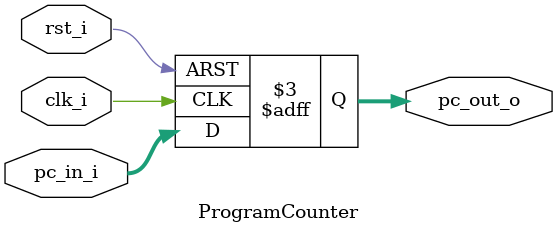
<source format=v>
module ProgramCounter(
    clk_i,
	rst_i,
	pc_in_i,
	pc_out_o
);
     
//I/O ports
input           clk_i;
input	        rst_i;  // Q: 這是什麼? reset
input  [64-1:0] pc_in_i;
output [64-1:0] pc_out_o;
 
//Internal Signals
reg    [64-1:0] pc_out_o;
 
//Parameter

    
//Main function
always @(posedge clk_i or negedge rst_i) begin
    if(~rst_i)
	    pc_out_o <= 0;
	else
	    pc_out_o <= pc_in_i;
end

endmodule
</source>
